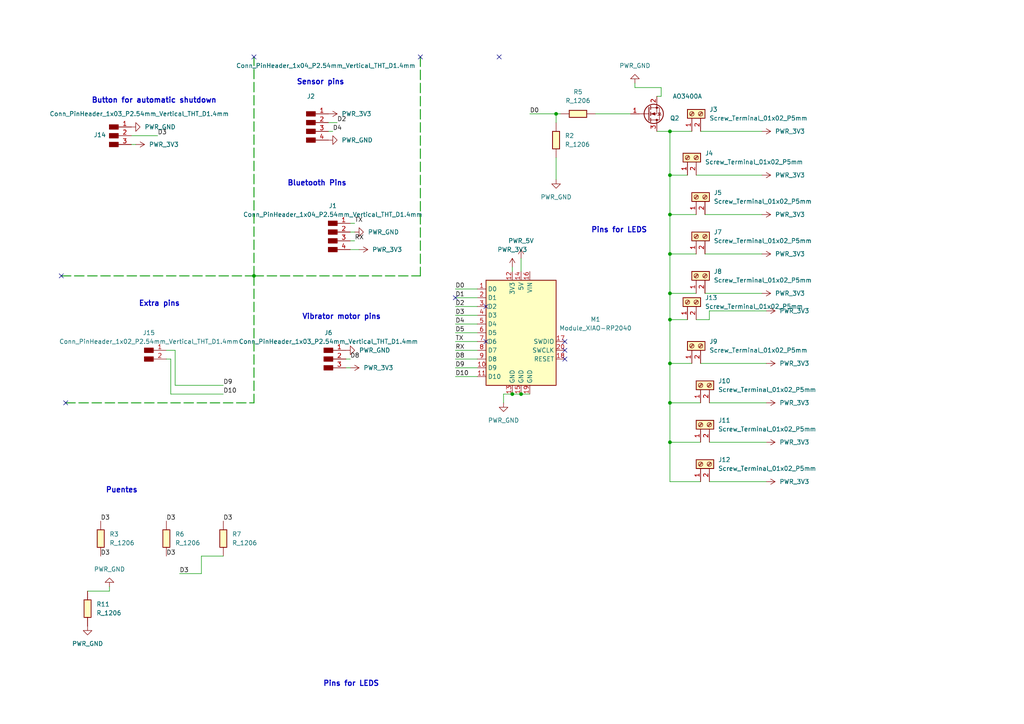
<source format=kicad_sch>
(kicad_sch (version 20250114) (generator "eeschema") (generator_version "9.0")
  (paper "A4")
  (lib_symbols
    (symbol "Fab:Conn_PinHeader_1x02_P2.54mm_Vertical_THT_D1.4mm" (pin_names (hide yes))
      (property "Reference" "J" (at 0 2.54 0))
      (property "Value" "Conn_PinHeader_1x02_P2.54mm_Vertical_THT_D1.4mm" (at 0 -5.08 0))
      (symbol "Conn_PinHeader_1x02_P2.54mm_Vertical_THT_D1.4mm_1_1"
        (rectangle (start -1.27 0.635) (end 1.27 -0.635) (stroke (width 0.254)) (fill (type outline)))
        (rectangle (start -1.27 -1.905) (end 1.27 -3.175) (stroke (width 0.254)) (fill (type outline)))
        (pin passive line (at 5.08 0 180) (length 3.81) (name "Pin_1") (number "1"))
        (pin passive line (at 5.08 -2.54 180) (length 3.81) (name "Pin_2") (number "2"))
      )
    )
    (symbol "Fab:Conn_PinHeader_1x03_P2.54mm_Vertical_THT_D1.4mm" (pin_names (hide yes))
      (property "Reference" "J" (at 0 5.08 0))
      (property "Value" "Conn_PinHeader_1x03_P2.54mm_Vertical_THT_D1.4mm" (at 0 -5.08 0))
      (symbol "Conn_PinHeader_1x03_P2.54mm_Vertical_THT_D1.4mm_1_1"
        (rectangle (start -1.27 3.175) (end 1.27 1.905) (stroke (width 0.254)) (fill (type outline)))
        (rectangle (start -1.27 0.635) (end 1.27 -0.635) (stroke (width 0.254)) (fill (type outline)))
        (rectangle (start -1.27 -1.905) (end 1.27 -3.175) (stroke (width 0.254)) (fill (type outline)))
        (pin passive line (at 5.08 2.54 180) (length 3.81) (name "Pin_1") (number "1"))
        (pin passive line (at 5.08 0 180) (length 3.81) (name "Pin_2") (number "2"))
        (pin passive line (at 5.08 -2.54 180) (length 3.81) (name "Pin_3") (number "3"))
      )
    )
    (symbol "Fab:Conn_PinHeader_1x04_P2.54mm_Vertical_THT_D1.4mm" (pin_names (hide yes))
      (property "Reference" "J" (at 0 5.08 0))
      (property "Value" "Conn_PinHeader_1x04_P2.54mm_Vertical_THT_D1.4mm" (at 0 -7.62 0))
      (symbol "Conn_PinHeader_1x04_P2.54mm_Vertical_THT_D1.4mm_1_1"
        (rectangle (start -1.27 3.175) (end 1.27 1.905) (stroke (width 0.254)) (fill (type outline)))
        (rectangle (start -1.27 0.635) (end 1.27 -0.635) (stroke (width 0.254)) (fill (type outline)))
        (rectangle (start -1.27 -1.905) (end 1.27 -3.175) (stroke (width 0.254)) (fill (type outline)))
        (rectangle (start -1.27 -4.445) (end 1.27 -5.715) (stroke (width 0.254)) (fill (type outline)))
        (pin passive line (at 5.08 2.54 180) (length 3.81) (name "Pin_1") (number "1"))
        (pin passive line (at 5.08 0 180) (length 3.81) (name "Pin_2") (number "2"))
        (pin passive line (at 5.08 -2.54 180) (length 3.81) (name "Pin_3") (number "3"))
        (pin passive line (at 5.08 -5.08 180) (length 3.81) (name "Pin_4") (number "4"))
      )
    )
    (symbol "Fab:Module_XIAO-RP2040"
      (property "Reference" "M" (at -10.16 16.51 0))
      (property "Value" "Module_XIAO-RP2040" (at 3.81 16.51 0))
      (symbol "Module_XIAO-RP2040_1_1"
        (rectangle (start -10.16 15.24) (end 10.16 -15.24) (stroke (width 0.254)) (fill (type background)))
        (pin bidirectional line (at -12.7 12.7 0) (length 2.54) (name "D0") (number "1"))
        (pin bidirectional line (at -12.7 10.16 0) (length 2.54) (name "D1") (number "2"))
        (pin bidirectional line (at -12.7 7.62 0) (length 2.54) (name "D2") (number "3"))
        (pin bidirectional line (at -12.7 5.08 0) (length 2.54) (name "D3") (number "4"))
        (pin bidirectional line (at -12.7 2.54 0) (length 2.54) (name "D4") (number "5"))
        (pin bidirectional line (at -12.7 0 0) (length 2.54) (name "D5") (number "6"))
        (pin bidirectional line (at -12.7 -2.54 0) (length 2.54) (name "D6") (number "7"))
        (pin bidirectional line (at -12.7 -5.08 0) (length 2.54) (name "D7") (number "8"))
        (pin bidirectional line (at -12.7 -7.62 0) (length 2.54) (name "D8") (number "9"))
        (pin bidirectional line (at -12.7 -10.16 0) (length 2.54) (name "D9") (number "10"))
        (pin bidirectional line (at -12.7 -12.7 0) (length 2.54) (name "D10") (number "11"))
        (pin power_in line (at -2.54 17.78 270) (length 2.54) (name "3V3") (number "12"))
        (pin power_in line (at -2.54 -17.78 90) (length 2.54) (name "GND") (number "13"))
        (pin power_in line (at 0 17.78 270) (length 2.54) (name "5V") (number "14"))
        (pin power_in line (at 0 -17.78 90) (length 2.54) (name "GND") (number "15"))
        (pin power_in line (at 2.54 17.78 270) (length 2.54) (name "VIN") (number "16"))
        (pin power_in line (at 2.54 -17.78 90) (length 2.54) (name "GND") (number "19"))
        (pin bidirectional line (at 12.7 -2.54 180) (length 2.54) (name "SWDIO") (number "17"))
        (pin input line (at 12.7 -5.08 180) (length 2.54) (name "SWCLK") (number "20"))
        (pin input line (at 12.7 -7.62 180) (length 2.54) (name "RESET") (number "18"))
      )
    )
    (symbol "Fab:PWR_3V3" (power) (pin_names (offset 0))
      (property "Value" "PWR_3V3" (at 0 3.556 0))
      (symbol "PWR_3V3_0_1"
        (polyline (pts (xy -0.762 1.27) (xy 0 2.54)))
        (polyline (pts (xy 0 2.54) (xy 0.762 1.27)))
        (polyline (pts (xy 0 0) (xy 0 2.54)))
      )
      (symbol "PWR_3V3_1_1"
        (pin power_in line (at 0 0 90) (length 0) (hide yes) (name "PWR_3V3") (number "1"))
      )
    )
    (symbol "Fab:PWR_5V" (power) (pin_names (offset 0))
      (property "Value" "PWR_5V" (at 0 3.556 0))
      (symbol "PWR_5V_0_1"
        (polyline (pts (xy -0.762 1.27) (xy 0 2.54)))
        (polyline (pts (xy 0 2.54) (xy 0.762 1.27)))
        (polyline (pts (xy 0 0) (xy 0 2.54)))
      )
      (symbol "PWR_5V_1_1"
        (pin power_in line (at 0 0 90) (length 0) (hide yes) (name "PWR_5V") (number "1"))
      )
    )
    (symbol "Fab:PWR_GND" (power) (pin_names (offset 0))
      (property "Value" "PWR_GND" (at 0 -3.81 0))
      (symbol "PWR_GND_0_1"
        (polyline (pts (xy 0 0) (xy 0 -1.27) (xy 1.27 -1.27) (xy 0 -2.54) (xy -1.27 -1.27) (xy 0 -1.27)))
      )
      (symbol "PWR_GND_1_1"
        (pin power_in line (at 0 0 270) (length 0) (hide yes) (name "PWR_GND") (number "1"))
      )
    )
    (symbol "Fab:R_1206" (pin_numbers (hide yes)) (pin_names (offset 0))
      (property "Reference" "R" (at 2.54 0 90))
      (property "Value" "R_1206" (at -2.54 0 90))
      (symbol "R_1206_0_1"
        (rectangle (start -1.016 -2.54) (end 1.016 2.54) (stroke (width 0.254)) (fill (type background)))
      )
      (symbol "R_1206_1_1"
        (pin passive line (at 0 5.08 270) (length 2.54) (name "~") (number "1"))
        (pin passive line (at 0 -5.08 90) (length 2.54) (name "~") (number "2"))
      )
    )
    (symbol "Fab:Screw_Terminal_01x02_P5mm" (pin_names (offset 1.016) (hide yes))
      (property "Reference" "J" (at 0 3.81 0))
      (property "Value" "Screw_Terminal_01x02_P5mm" (at 0 -3.81 0))
      (symbol "Screw_Terminal_01x02_P5mm_1_1"
        (rectangle (start -1.27 2.54) (end 1.27 -2.54) (stroke (width 0.254)) (fill (type background)))
        (polyline (pts (xy -0.5334 1.6002) (xy 0.3302 0.762)) (stroke (width 0.1524)))
        (polyline (pts (xy -0.5334 -0.9398) (xy 0.3302 -1.778)) (stroke (width 0.1524)))
        (polyline (pts (xy -0.3556 1.778) (xy 0.508 0.9398)) (stroke (width 0.1524)))
        (polyline (pts (xy -0.3556 -0.762) (xy 0.508 -1.6002)) (stroke (width 0.1524)))
        (circle (center 0 1.27) (radius 0.635) (stroke (width 0.1524)))
        (circle (center 0 -1.27) (radius 0.635) (stroke (width 0.1524)))
        (pin passive line (at -5.08 1.27 0) (length 3.81) (name "Pin_1") (number "1"))
        (pin passive line (at -5.08 -1.27 0) (length 3.81) (name "Pin_2") (number "2"))
      )
    )
    (symbol "Transistor_FET:AO3400A" (pin_names (hide yes))
      (property "Reference" "Q" (at 5.08 1.905 0))
      (property "Value" "AO3400A" (at 5.08 0 0))
      (symbol "AO3400A_0_1"
        (polyline (pts (xy 0.254 1.905) (xy 0.254 -1.905)) (stroke (width 0.254)))
        (polyline (pts (xy 0.254 0) (xy -2.54 0)))
        (polyline (pts (xy 0.762 2.286) (xy 0.762 1.27)) (stroke (width 0.254)))
        (polyline (pts (xy 0.762 0.508) (xy 0.762 -0.508)) (stroke (width 0.254)))
        (polyline (pts (xy 0.762 -1.27) (xy 0.762 -2.286)) (stroke (width 0.254)))
        (polyline (pts (xy 0.762 -1.778) (xy 3.302 -1.778) (xy 3.302 1.778) (xy 0.762 1.778)))
        (polyline (pts (xy 1.016 0) (xy 2.032 0.381) (xy 2.032 -0.381) (xy 1.016 0)) (fill (type outline)))
        (circle (center 1.651 0) (radius 2.794) (stroke (width 0.254)))
        (polyline (pts (xy 2.54 2.54) (xy 2.54 1.778)))
        (circle (center 2.54 1.778) (radius 0.254) (fill (type outline)))
        (circle (center 2.54 -1.778) (radius 0.254) (fill (type outline)))
        (polyline (pts (xy 2.54 -2.54) (xy 2.54 0) (xy 0.762 0)))
        (polyline (pts (xy 2.794 0.508) (xy 2.921 0.381) (xy 3.683 0.381) (xy 3.81 0.254)))
        (polyline (pts (xy 3.302 0.381) (xy 2.921 -0.254) (xy 3.683 -0.254) (xy 3.302 0.381)))
      )
      (symbol "AO3400A_1_1"
        (pin input line (at -5.08 0 0) (length 2.54) (name "G") (number "1"))
        (pin passive line (at 2.54 5.08 270) (length 2.54) (name "D") (number "3"))
        (pin passive line (at 2.54 -5.08 90) (length 2.54) (name "S") (number "2"))
      )
    )
  )
  (text "Extra pins" (at 46.228 88.138 0) (effects (font (size 1.524 1.524) (thickness 0.3048) (bold yes))))
  (text "Puentes\n" (at 35.306 142.24 0) (effects (font (size 1.524 1.524) (thickness 0.3048) (bold yes))))
  (text "Pins for LEDS" (at 179.578 66.802 0) (effects (font (size 1.524 1.524) (thickness 0.3048) (bold yes))))
  (text "Pins for LEDS" (at 101.854 198.374 0) (effects (font (size 1.524 1.524) (thickness 0.3048) (bold yes))))
  (text "Vibrator motor pins\n" (at 99.06 91.948 0) (effects (font (size 1.524 1.524) (thickness 0.3048) (bold yes))))
  (text "Bluetooth Pins\n\n\n\n" (at 91.948 56.896 0) (effects (font (size 1.524 1.524) (thickness 0.3048) (bold yes))))
  (text "Sensor pins" (at 92.964 23.876 0) (effects (font (size 1.524 1.524) (thickness 0.3048) (bold yes))))
  (text "Button for automatic shutdown" (at 44.704 29.21 0) (effects (font (size 1.524 1.524) (thickness 0.3048) (bold yes))))
  (junction (at 194.31 85.09))
  (junction (at 73.66 80.01))
  (junction (at 161.29 33.02))
  (junction (at 194.31 50.8))
  (junction (at 151.13 114.3))
  (junction (at 148.59 114.3))
  (junction (at 194.31 62.23))
  (junction (at 194.31 105.41))
  (junction (at 194.31 73.66))
  (junction (at 194.31 92.71))
  (junction (at 194.31 128.27))
  (junction (at 194.31 38.1))
  (junction (at 194.31 116.84))
  (no_connect (at 73.66 16.51))
  (no_connect (at 19.05 116.84))
  (no_connect (at 140.97 88.9))
  (no_connect (at 163.83 104.14))
  (no_connect (at 132.08 86.36))
  (no_connect (at 144.78 16.51))
  (no_connect (at 140.97 99.06))
  (no_connect (at 163.83 101.6))
  (no_connect (at 17.78 80.01))
  (no_connect (at 163.83 99.06))
  (no_connect (at 121.92 16.51))
  (wire (pts (xy 39.37 41.91) (xy 38.1 41.91)))
  (wire (pts (xy 50.8 111.76) (xy 64.77 111.76)))
  (wire (pts (xy 205.74 90.17) (xy 222.25 90.17)))
  (wire (pts (xy 203.2 38.1) (xy 220.98 38.1)))
  (wire (pts (xy 205.74 128.27) (xy 222.25 128.27)))
  (wire (pts (xy 153.67 33.02) (xy 161.29 33.02)))
  (wire (pts (xy 101.6 67.31) (xy 102.87 67.31)))
  (wire (pts (xy 49.53 114.3) (xy 64.77 114.3)))
  (wire (pts (xy 194.31 139.7) (xy 203.2 139.7)))
  (wire (pts (xy 191.77 25.4) (xy 191.77 27.94)))
  (wire (pts (xy 161.29 33.02) (xy 162.56 33.02)))
  (wire (pts (xy 45.72 39.37) (xy 38.1 39.37)))
  (wire (pts (xy 194.31 105.41) (xy 200.66 105.41)))
  (wire (pts (xy 194.31 85.09) (xy 194.31 73.66)))
  (wire (pts (xy 194.31 38.1) (xy 194.31 50.8)))
  (wire (pts (xy 194.31 92.71) (xy 199.39 92.71)))
  (wire (pts (xy 194.31 62.23) (xy 194.31 73.66)))
  (wire (pts (xy 73.66 80.01) (xy 73.66 16.51)) (stroke (width 0.254) (type dash)))
  (wire (pts (xy 132.08 106.68) (xy 138.43 106.68)))
  (wire (pts (xy 19.05 116.84) (xy 73.66 116.84)) (stroke (width 0.254) (type dash)))
  (wire (pts (xy 194.31 85.09) (xy 194.31 92.71)))
  (wire (pts (xy 184.15 25.4) (xy 191.77 25.4)))
  (wire (pts (xy 132.08 104.14) (xy 138.43 104.14)))
  (wire (pts (xy 194.31 139.7) (xy 194.31 128.27)))
  (wire (pts (xy 132.08 91.44) (xy 138.43 91.44)))
  (wire (pts (xy 49.53 104.14) (xy 49.53 114.3)))
  (wire (pts (xy 182.88 33.02) (xy 172.72 33.02)))
  (wire (pts (xy 194.31 62.23) (xy 201.93 62.23)))
  (wire (pts (xy 194.31 116.84) (xy 194.31 105.41)))
  (wire (pts (xy 132.08 109.22) (xy 138.43 109.22)))
  (wire (pts (xy 58.42 161.29) (xy 64.77 161.29)))
  (wire (pts (xy 205.74 116.84) (xy 222.25 116.84)))
  (wire (pts (xy 132.08 101.6) (xy 138.43 101.6)))
  (wire (pts (xy 132.08 83.82) (xy 138.43 83.82)))
  (wire (pts (xy 201.93 50.8) (xy 220.98 50.8)))
  (wire (pts (xy 194.31 38.1) (xy 200.66 38.1)))
  (wire (pts (xy 194.31 116.84) (xy 203.2 116.84)))
  (wire (pts (xy 121.92 16.51) (xy 121.92 80.01)) (stroke (width 0.254) (type dash)))
  (wire (pts (xy 148.59 77.47) (xy 148.59 78.74)))
  (wire (pts (xy 194.31 128.27) (xy 203.2 128.27)))
  (wire (pts (xy 48.26 104.14) (xy 49.53 104.14)))
  (wire (pts (xy 31.75 170.18) (xy 31.75 171.45)))
  (wire (pts (xy 146.05 114.3) (xy 146.05 116.84)))
  (wire (pts (xy 194.31 50.8) (xy 199.39 50.8)))
  (wire (pts (xy 97.79 35.56) (xy 95.25 35.56)))
  (wire (pts (xy 148.59 114.3) (xy 151.13 114.3)))
  (wire (pts (xy 132.08 88.9) (xy 138.43 88.9)))
  (wire (pts (xy 31.75 171.45) (xy 25.4 171.45)))
  (wire (pts (xy 161.29 33.02) (xy 161.29 35.56)))
  (wire (pts (xy 73.66 80.01) (xy 121.92 80.01)) (stroke (width 0.254) (type dash)))
  (wire (pts (xy 203.2 105.41) (xy 222.25 105.41)))
  (wire (pts (xy 17.78 80.01) (xy 73.66 80.01)) (stroke (width 0.254) (type dash)))
  (wire (pts (xy 102.87 69.85) (xy 101.6 69.85)))
  (wire (pts (xy 201.93 92.71) (xy 205.74 92.71)))
  (wire (pts (xy 50.8 101.6) (xy 50.8 111.76)))
  (wire (pts (xy 161.29 45.72) (xy 161.29 52.07)))
  (wire (pts (xy 101.6 64.77) (xy 102.87 64.77)))
  (wire (pts (xy 101.6 104.14) (xy 100.33 104.14)))
  (wire (pts (xy 151.13 114.3) (xy 153.67 114.3)))
  (wire (pts (xy 204.47 85.09) (xy 220.98 85.09)))
  (wire (pts (xy 48.26 101.6) (xy 50.8 101.6)))
  (wire (pts (xy 132.08 96.52) (xy 138.43 96.52)))
  (wire (pts (xy 73.66 80.01) (xy 73.66 116.84)) (stroke (width 0.254) (type dash)))
  (wire (pts (xy 204.47 73.66) (xy 220.98 73.66)))
  (wire (pts (xy 52.07 166.37) (xy 58.42 166.37)))
  (wire (pts (xy 132.08 93.98) (xy 138.43 93.98)))
  (wire (pts (xy 205.74 92.71) (xy 205.74 90.17)))
  (wire (pts (xy 194.31 73.66) (xy 201.93 73.66)))
  (wire (pts (xy 194.31 62.23) (xy 194.31 50.8)))
  (wire (pts (xy 191.77 27.94) (xy 190.5 27.94)))
  (wire (pts (xy 58.42 166.37) (xy 58.42 161.29)))
  (wire (pts (xy 184.15 25.4) (xy 184.15 24.13)))
  (wire (pts (xy 132.08 86.36) (xy 138.43 86.36)))
  (wire (pts (xy 151.13 74.93) (xy 151.13 78.74)))
  (wire (pts (xy 148.59 114.3) (xy 146.05 114.3)))
  (wire (pts (xy 101.6 72.39) (xy 104.14 72.39)))
  (wire (pts (xy 194.31 92.71) (xy 194.31 105.41)))
  (wire (pts (xy 194.31 116.84) (xy 194.31 128.27)))
  (wire (pts (xy 190.5 38.1) (xy 194.31 38.1)))
  (wire (pts (xy 204.47 62.23) (xy 220.98 62.23)))
  (wire (pts (xy 205.74 139.7) (xy 222.25 139.7)))
  (wire (pts (xy 96.52 38.1) (xy 95.25 38.1)))
  (wire (pts (xy 101.6 106.68) (xy 100.33 106.68)))
  (wire (pts (xy 132.08 99.06) (xy 138.43 99.06)))
  (wire (pts (xy 194.31 85.09) (xy 201.93 85.09)))
  (label "D3" (at 52.07 166.37 0))
  (label "D0" (at 132.08 83.82 0))
  (label "D1" (at 132.08 86.36 0))
  (label "D3" (at 48.26 161.29 0))
  (label "RX" (at 102.87 69.85 0))
  (label "RX" (at 132.08 101.6 0))
  (label "D3" (at 132.08 91.44 0))
  (label "TX" (at 102.87 64.77 0))
  (label "D3" (at 29.21 161.29 0))
  (label "D3" (at 48.26 151.13 0))
  (label "D3" (at 29.21 151.13 0))
  (label "D8" (at 132.08 104.14 0))
  (label "D9" (at 64.77 111.76 0))
  (label "D10" (at 64.77 114.3 0))
  (label "D2" (at 97.79 35.56 0))
  (label "D5" (at 132.08 96.52 0))
  (label "D3" (at 64.77 151.13 0))
  (label "D0" (at 153.67 33.02 0))
  (label "D8" (at 101.6 104.14 0))
  (label "D2" (at 132.08 88.9 0))
  (label "D4" (at 132.08 93.98 0))
  (label "D3" (at 45.72 39.37 0))
  (label "D9" (at 132.08 106.68 0))
  (label "TX" (at 132.08 99.06 0))
  (label "D10" (at 132.08 109.22 0))
  (label "D4" (at 96.52 38.1 0))
  (symbol (lib_id "Fab:Screw_Terminal_01x02_P5mm") (at 200.66 87.63 90) (unit 1)
    (property "Reference" "J13" (at 204.47 86.3599 90) (effects (justify right)))
    (property "Value" "Screw_Terminal_01x02_P5mm" (at 204.47 88.8999 90) (effects (justify right)))
    (property "Footprint" "TerminalBlock:TerminalBlock_Altech_AK300-2_P5.00mm" (effects (hide yes)))
    (property "Datasheet" "https://www.on-shore.com/wp-content/uploads/OSTTAXX0161.pdf" (effects (hide yes)))
    (property "Description" "TERM BLK 2POS SIDE ENTRY 5MM PCB" (effects (hide yes)))
  )
  (symbol (lib_id "Fab:R_1206") (at 48.26 156.21 180) (unit 1)
    (property "Reference" "R6" (at 50.8 154.9399 0) (effects (justify right)))
    (property "Value" "R_1206" (at 50.8 157.4799 0) (effects (justify right)))
    (property "Footprint" "fab:R_1206" (effects (hide yes)))
    (property "Description" "Resistor" (effects (hide yes)))
  )
  (symbol (lib_id "Fab:PWR_3V3") (at 39.37 41.91 270) (unit 1)
    (property "Reference" "#PWR028" (effects (hide yes)))
    (property "Value" "PWR_3V3" (at 43.18 41.9099 90) (effects (justify left)))
    (property "Description" "Power symbol creates a global label with name \"+3V3\"" (effects (hide yes)))
  )
  (symbol (lib_id "Fab:PWR_3V3") (at 220.98 38.1 270) (unit 1)
    (property "Reference" "#PWR012" (effects (hide yes)))
    (property "Value" "PWR_3V3" (at 224.79 38.0999 90) (effects (justify left)))
    (property "Description" "Power symbol creates a global label with name \"+3V3\"" (effects (hide yes)))
  )
  (symbol (lib_id "Fab:Conn_PinHeader_1x03_P2.54mm_Vertical_THT_D1.4mm") (at 95.25 104.14 0) (unit 1)
    (property "Reference" "J6" (at 95.25 96.52 0))
    (property "Value" "Conn_PinHeader_1x03_P2.54mm_Vertical_THT_D1.4mm" (at 95.25 99.06 0))
    (property "Footprint" "fab:PinHeader_1x03_P2.54mm_Vertical_THT_D1.4mm" (effects (hide yes)))
    (property "Description" "Male connector, single row" (effects (hide yes)))
  )
  (symbol (lib_id "Fab:Screw_Terminal_01x02_P5mm") (at 203.2 57.15 90) (unit 1)
    (property "Reference" "J5" (at 207.01 55.8799 90) (effects (justify right)))
    (property "Value" "Screw_Terminal_01x02_P5mm" (at 207.01 58.4199 90) (effects (justify right)))
    (property "Footprint" "TerminalBlock:TerminalBlock_Altech_AK300-2_P5.00mm" (effects (hide yes)))
    (property "Datasheet" "https://www.on-shore.com/wp-content/uploads/OSTTAXX0161.pdf" (effects (hide yes)))
    (property "Description" "TERM BLK 2POS SIDE ENTRY 5MM PCB" (effects (hide yes)))
  )
  (symbol (lib_id "Fab:PWR_3V3") (at 220.98 73.66 270) (unit 1)
    (property "Reference" "#PWR015" (effects (hide yes)))
    (property "Value" "PWR_3V3" (at 224.79 73.6599 90) (effects (justify left)))
    (property "Description" "Power symbol creates a global label with name \"+3V3\"" (effects (hide yes)))
  )
  (symbol (lib_id "Fab:PWR_GND") (at 184.15 24.13 180) (unit 1)
    (property "Reference" "#PWR011" (effects (hide yes)))
    (property "Value" "PWR_GND" (at 184.15 19.05 0))
    (property "Description" "Power symbol creates a global label with name \"GND\" , ground" (effects (hide yes)))
  )
  (symbol (lib_id "Fab:Conn_PinHeader_1x04_P2.54mm_Vertical_THT_D1.4mm") (at 90.17 35.56 0) (unit 1)
    (property "Reference" "J2" (at 90.17 27.94 0))
    (property "Value" "Conn_PinHeader_1x04_P2.54mm_Vertical_THT_D1.4mm" (at 94.488 19.05 0))
    (property "Footprint" "fab:PinHeader_1x04_P2.54mm_Vertical_THT_D1.4mm" (effects (hide yes)))
    (property "Description" "Male connector, single row" (effects (hide yes)))
  )
  (symbol (lib_id "Fab:R_1206") (at 25.4 176.53 180) (unit 1)
    (property "Reference" "R11" (at 27.94 175.2599 0) (effects (justify right)))
    (property "Value" "R_1206" (at 27.94 177.7999 0) (effects (justify right)))
    (property "Footprint" "fab:R_1206" (effects (hide yes)))
    (property "Description" "Resistor" (effects (hide yes)))
  )
  (symbol (lib_id "Transistor_FET:AO3400A") (at 187.96 33.02 0) (mirror x) (unit 1)
    (property "Reference" "Q2" (at 194.31 34.2901 0) (effects (justify left)))
    (property "Value" "AO3400A" (at 195.072 27.94 0) (effects (justify left)))
    (property "Footprint" "fab:SOT-23" (effects (hide yes)))
    (property "Datasheet" "http://www.aosmd.com/pdfs/datasheet/AO3400A.pdf" (effects (hide yes)))
    (property "Description" "30V Vds, 5.7A Id, N-Channel MOSFET, SOT-23" (effects (hide yes)))
  )
  (symbol (lib_id "Fab:PWR_GND") (at 146.05 116.84 0) (unit 1)
    (property "Reference" "#PWR03" (effects (hide yes)))
    (property "Value" "PWR_GND" (at 146.05 121.92 0))
    (property "Description" "Power symbol creates a global label with name \"GND\" , ground" (effects (hide yes)))
  )
  (symbol (lib_id "Fab:PWR_3V3") (at 101.6 106.68 270) (unit 1)
    (property "Reference" "#PWR024" (effects (hide yes)))
    (property "Value" "PWR_3V3" (at 105.41 106.6799 90) (effects (justify left)))
    (property "Description" "Power symbol creates a global label with name \"+3V3\"" (effects (hide yes)))
  )
  (symbol (lib_id "Fab:Screw_Terminal_01x02_P5mm") (at 201.93 100.33 90) (unit 1)
    (property "Reference" "J9" (at 205.74 99.0599 90) (effects (justify right)))
    (property "Value" "Screw_Terminal_01x02_P5mm" (at 205.74 101.5999 90) (effects (justify right)))
    (property "Footprint" "TerminalBlock:TerminalBlock_Altech_AK300-2_P5.00mm" (effects (hide yes)))
    (property "Datasheet" "https://www.on-shore.com/wp-content/uploads/OSTTAXX0161.pdf" (effects (hide yes)))
    (property "Description" "TERM BLK 2POS SIDE ENTRY 5MM PCB" (effects (hide yes)))
  )
  (symbol (lib_id "Fab:Screw_Terminal_01x02_P5mm") (at 204.47 123.19 90) (unit 1)
    (property "Reference" "J11" (at 208.28 121.9199 90) (effects (justify right)))
    (property "Value" "Screw_Terminal_01x02_P5mm" (at 208.28 124.4599 90) (effects (justify right)))
    (property "Footprint" "TerminalBlock:TerminalBlock_Altech_AK300-2_P5.00mm" (effects (hide yes)))
    (property "Datasheet" "https://www.on-shore.com/wp-content/uploads/OSTTAXX0161.pdf" (effects (hide yes)))
    (property "Description" "TERM BLK 2POS SIDE ENTRY 5MM PCB" (effects (hide yes)))
  )
  (symbol (lib_id "Fab:PWR_3V3") (at 222.25 116.84 270) (unit 1)
    (property "Reference" "#PWR019" (effects (hide yes)))
    (property "Value" "PWR_3V3" (at 226.06 116.8399 90) (effects (justify left)))
    (property "Description" "Power symbol creates a global label with name \"+3V3\"" (effects (hide yes)))
  )
  (symbol (lib_id "Fab:Screw_Terminal_01x02_P5mm") (at 203.2 68.58 90) (unit 1)
    (property "Reference" "J7" (at 207.01 67.3099 90) (effects (justify right)))
    (property "Value" "Screw_Terminal_01x02_P5mm" (at 207.01 69.8499 90) (effects (justify right)))
    (property "Footprint" "TerminalBlock:TerminalBlock_Altech_AK300-2_P5.00mm" (effects (hide yes)))
    (property "Datasheet" "https://www.on-shore.com/wp-content/uploads/OSTTAXX0161.pdf" (effects (hide yes)))
    (property "Description" "TERM BLK 2POS SIDE ENTRY 5MM PCB" (effects (hide yes)))
  )
  (symbol (lib_id "Fab:PWR_GND") (at 95.25 40.64 90) (unit 1)
    (property "Reference" "#PWR08" (effects (hide yes)))
    (property "Value" "PWR_GND" (at 99.06 40.6399 90) (effects (justify right)))
    (property "Description" "Power symbol creates a global label with name \"GND\" , ground" (effects (hide yes)))
  )
  (symbol (lib_id "Fab:Conn_PinHeader_1x04_P2.54mm_Vertical_THT_D1.4mm") (at 96.52 67.31 0) (unit 1)
    (property "Reference" "J1" (at 96.52 59.69 0))
    (property "Value" "Conn_PinHeader_1x04_P2.54mm_Vertical_THT_D1.4mm" (at 96.52 62.23 0))
    (property "Footprint" "fab:PinHeader_1x04_P2.54mm_Vertical_THT_D1.4mm" (effects (hide yes)))
    (property "Description" "Male connector, single row" (effects (hide yes)))
  )
  (symbol (lib_id "Fab:Conn_PinHeader_1x02_P2.54mm_Vertical_THT_D1.4mm") (at 43.18 101.6 0) (unit 1)
    (property "Reference" "J15" (at 43.18 96.52 0))
    (property "Value" "Conn_PinHeader_1x02_P2.54mm_Vertical_THT_D1.4mm" (at 43.18 99.06 0))
    (property "Footprint" "fab:PinHeader_1x02_P2.54mm_Vertical_THT_D1.4mm" (effects (hide yes)))
    (property "Description" "Male connector, single row" (effects (hide yes)))
  )
  (symbol (lib_id "Fab:Screw_Terminal_01x02_P5mm") (at 204.47 111.76 90) (unit 1)
    (property "Reference" "J10" (at 208.28 110.4899 90) (effects (justify right)))
    (property "Value" "Screw_Terminal_01x02_P5mm" (at 208.28 113.0299 90) (effects (justify right)))
    (property "Footprint" "TerminalBlock:TerminalBlock_Altech_AK300-2_P5.00mm" (effects (hide yes)))
    (property "Datasheet" "https://www.on-shore.com/wp-content/uploads/OSTTAXX0161.pdf" (effects (hide yes)))
    (property "Description" "TERM BLK 2POS SIDE ENTRY 5MM PCB" (effects (hide yes)))
  )
  (symbol (lib_id "Fab:PWR_5V") (at 151.13 74.93 0) (unit 1)
    (property "Reference" "#PWR02" (effects (hide yes)))
    (property "Value" "PWR_5V" (at 151.13 69.85 0))
    (property "Description" "Power symbol creates a global label with name \"+5V\"" (effects (hide yes)))
  )
  (symbol (lib_id "Fab:PWR_3V3") (at 222.25 139.7 270) (unit 1)
    (property "Reference" "#PWR021" (effects (hide yes)))
    (property "Value" "PWR_3V3" (at 226.06 139.6999 90) (effects (justify left)))
    (property "Description" "Power symbol creates a global label with name \"+3V3\"" (effects (hide yes)))
  )
  (symbol (lib_id "Fab:PWR_3V3") (at 148.59 77.47 0) (unit 1)
    (property "Reference" "#PWR022" (effects (hide yes)))
    (property "Value" "PWR_3V3" (at 148.59 72.39 0))
    (property "Description" "Power symbol creates a global label with name \"+3V3\"" (effects (hide yes)))
  )
  (symbol (lib_id "Fab:PWR_GND") (at 25.4 181.61 0) (unit 1)
    (property "Reference" "#PWR026" (effects (hide yes)))
    (property "Value" "PWR_GND" (at 25.4 186.69 0))
    (property "Description" "Power symbol creates a global label with name \"GND\" , ground" (effects (hide yes)))
  )
  (symbol (lib_id "Fab:PWR_3V3") (at 220.98 50.8 270) (unit 1)
    (property "Reference" "#PWR013" (effects (hide yes)))
    (property "Value" "PWR_3V3" (at 224.79 50.7999 90) (effects (justify left)))
    (property "Description" "Power symbol creates a global label with name \"+3V3\"" (effects (hide yes)))
  )
  (symbol (lib_id "Fab:PWR_3V3") (at 220.98 62.23 270) (unit 1)
    (property "Reference" "#PWR014" (effects (hide yes)))
    (property "Value" "PWR_3V3" (at 224.79 62.2299 90) (effects (justify left)))
    (property "Description" "Power symbol creates a global label with name \"+3V3\"" (effects (hide yes)))
  )
  (symbol (lib_id "Fab:Conn_PinHeader_1x03_P2.54mm_Vertical_THT_D1.4mm") (at 33.02 39.37 0) (unit 1)
    (property "Reference" "J14" (at 28.956 39.116 0))
    (property "Value" "Conn_PinHeader_1x03_P2.54mm_Vertical_THT_D1.4mm" (at 40.386 33.02 0))
    (property "Footprint" "fab:PinHeader_1x03_P2.54mm_Vertical_THT_D1.4mm" (effects (hide yes)))
    (property "Description" "Male connector, single row" (effects (hide yes)))
  )
  (symbol (lib_id "Fab:PWR_3V3") (at 220.98 85.09 270) (unit 1)
    (property "Reference" "#PWR016" (effects (hide yes)))
    (property "Value" "PWR_3V3" (at 224.79 85.0899 90) (effects (justify left)))
    (property "Description" "Power symbol creates a global label with name \"+3V3\"" (effects (hide yes)))
  )
  (symbol (lib_id "Fab:R_1206") (at 29.21 156.21 180) (unit 1)
    (property "Reference" "R3" (at 31.75 154.9399 0) (effects (justify right)))
    (property "Value" "R_1206" (at 31.75 157.4799 0) (effects (justify right)))
    (property "Footprint" "fab:R_1206" (effects (hide yes)))
    (property "Description" "Resistor" (effects (hide yes)))
  )
  (symbol (lib_id "Fab:Screw_Terminal_01x02_P5mm") (at 204.47 134.62 90) (unit 1)
    (property "Reference" "J12" (at 208.28 133.3499 90) (effects (justify right)))
    (property "Value" "Screw_Terminal_01x02_P5mm" (at 208.28 135.8899 90) (effects (justify right)))
    (property "Footprint" "TerminalBlock:TerminalBlock_Altech_AK300-2_P5.00mm" (effects (hide yes)))
    (property "Datasheet" "https://www.on-shore.com/wp-content/uploads/OSTTAXX0161.pdf" (effects (hide yes)))
    (property "Description" "TERM BLK 2POS SIDE ENTRY 5MM PCB" (effects (hide yes)))
  )
  (symbol (lib_id "Fab:PWR_GND") (at 100.33 101.6 90) (unit 1)
    (property "Reference" "#PWR023" (effects (hide yes)))
    (property "Value" "PWR_GND" (at 104.14 101.5999 90) (effects (justify right)))
    (property "Description" "Power symbol creates a global label with name \"GND\" , ground" (effects (hide yes)))
  )
  (symbol (lib_id "Fab:PWR_GND") (at 161.29 52.07 0) (unit 1)
    (property "Reference" "#PWR010" (effects (hide yes)))
    (property "Value" "PWR_GND" (at 161.29 57.15 0))
    (property "Description" "Power symbol creates a global label with name \"GND\" , ground" (effects (hide yes)))
  )
  (symbol (lib_id "Fab:Screw_Terminal_01x02_P5mm") (at 200.66 45.72 90) (unit 1)
    (property "Reference" "J4" (at 204.47 44.4499 90) (effects (justify right)))
    (property "Value" "Screw_Terminal_01x02_P5mm" (at 204.47 46.9899 90) (effects (justify right)))
    (property "Footprint" "TerminalBlock:TerminalBlock_Altech_AK300-2_P5.00mm" (effects (hide yes)))
    (property "Datasheet" "https://www.on-shore.com/wp-content/uploads/OSTTAXX0161.pdf" (effects (hide yes)))
    (property "Description" "TERM BLK 2POS SIDE ENTRY 5MM PCB" (effects (hide yes)))
  )
  (symbol (lib_id "Fab:Module_XIAO-RP2040") (at 151.13 96.52 0) (unit 1)
    (property "Reference" "M1" (at 172.72 92.6398 0))
    (property "Value" "Module_XIAO-RP2040" (at 172.72 95.1798 0))
    (property "Footprint" "fab:SeeedStudio_XIAO_RP2040" (effects (hide yes)))
    (property "Datasheet" "https://wiki.seeedstudio.com/XIAO-RP2040/" (effects (hide yes)))
    (property "Description" "RP2040 XIAO RP2040 - ARM® Cortex®-M0+ MCU 32-Bit Embedded Evaluation Board" (effects (hide yes)))
  )
  (symbol (lib_id "Fab:PWR_3V3") (at 222.25 105.41 270) (unit 1)
    (property "Reference" "#PWR018" (effects (hide yes)))
    (property "Value" "PWR_3V3" (at 226.06 105.4099 90) (effects (justify left)))
    (property "Description" "Power symbol creates a global label with name \"+3V3\"" (effects (hide yes)))
  )
  (symbol (lib_id "Fab:PWR_GND") (at 102.87 67.31 90) (unit 1)
    (property "Reference" "#PWR04" (effects (hide yes)))
    (property "Value" "PWR_GND" (at 106.68 67.3099 90) (effects (justify right)))
    (property "Description" "Power symbol creates a global label with name \"GND\" , ground" (effects (hide yes)))
  )
  (symbol (lib_id "Fab:PWR_3V3") (at 104.14 72.39 270) (unit 1)
    (property "Reference" "#PWR05" (effects (hide yes)))
    (property "Value" "PWR_3V3" (at 107.95 72.3899 90) (effects (justify left)))
    (property "Description" "Power symbol creates a global label with name \"+3V3\"" (effects (hide yes)))
  )
  (symbol (lib_id "Fab:PWR_3V3") (at 222.25 90.17 270) (unit 1)
    (property "Reference" "#PWR017" (effects (hide yes)))
    (property "Value" "PWR_3V3" (at 226.06 90.1699 90) (effects (justify left)))
    (property "Description" "Power symbol creates a global label with name \"+3V3\"" (effects (hide yes)))
  )
  (symbol (lib_id "Fab:R_1206") (at 161.29 40.64 180) (unit 1)
    (property "Reference" "R2" (at 163.83 39.3699 0) (effects (justify right)))
    (property "Value" "R_1206" (at 163.83 41.9099 0) (effects (justify right)))
    (property "Footprint" "fab:R_1206" (effects (hide yes)))
    (property "Description" "Resistor" (effects (hide yes)))
  )
  (symbol (lib_id "Fab:PWR_3V3") (at 222.25 128.27 270) (unit 1)
    (property "Reference" "#PWR020" (effects (hide yes)))
    (property "Value" "PWR_3V3" (at 226.06 128.2699 90) (effects (justify left)))
    (property "Description" "Power symbol creates a global label with name \"+3V3\"" (effects (hide yes)))
  )
  (symbol (lib_id "Fab:PWR_3V3") (at 95.25 33.02 270) (unit 1)
    (property "Reference" "#PWR07" (effects (hide yes)))
    (property "Value" "PWR_3V3" (at 99.06 33.0199 90) (effects (justify left)))
    (property "Description" "Power symbol creates a global label with name \"+3V3\"" (effects (hide yes)))
  )
  (symbol (lib_id "Fab:Screw_Terminal_01x02_P5mm") (at 203.2 80.01 90) (unit 1)
    (property "Reference" "J8" (at 207.01 78.7399 90) (effects (justify right)))
    (property "Value" "Screw_Terminal_01x02_P5mm" (at 207.01 81.2799 90) (effects (justify right)))
    (property "Footprint" "TerminalBlock:TerminalBlock_Altech_AK300-2_P5.00mm" (effects (hide yes)))
    (property "Datasheet" "https://www.on-shore.com/wp-content/uploads/OSTTAXX0161.pdf" (effects (hide yes)))
    (property "Description" "TERM BLK 2POS SIDE ENTRY 5MM PCB" (effects (hide yes)))
  )
  (symbol (lib_id "Fab:R_1206") (at 64.77 156.21 180) (unit 1)
    (property "Reference" "R7" (at 67.31 154.9399 0) (effects (justify right)))
    (property "Value" "R_1206" (at 67.31 157.4799 0) (effects (justify right)))
    (property "Footprint" "fab:R_1206" (effects (hide yes)))
    (property "Description" "Resistor" (effects (hide yes)))
  )
  (symbol (lib_id "Fab:PWR_GND") (at 38.1 36.83 90) (unit 1)
    (property "Reference" "#PWR027" (effects (hide yes)))
    (property "Value" "PWR_GND" (at 41.91 36.8299 90) (effects (justify right)))
    (property "Description" "Power symbol creates a global label with name \"GND\" , ground" (effects (hide yes)))
  )
  (symbol (lib_id "Fab:R_1206") (at 167.64 33.02 90) (unit 1)
    (property "Reference" "R5" (at 167.64 26.67 90))
    (property "Value" "R_1206" (at 167.64 29.21 90))
    (property "Footprint" "fab:R_1206" (effects (hide yes)))
    (property "Description" "Resistor" (effects (hide yes)))
  )
  (symbol (lib_id "Fab:Screw_Terminal_01x02_P5mm") (at 201.93 33.02 90) (unit 1)
    (property "Reference" "J3" (at 205.74 31.7499 90) (effects (justify right)))
    (property "Value" "Screw_Terminal_01x02_P5mm" (at 205.74 34.2899 90) (effects (justify right)))
    (property "Footprint" "TerminalBlock:TerminalBlock_Altech_AK300-2_P5.00mm" (effects (hide yes)))
    (property "Datasheet" "https://www.on-shore.com/wp-content/uploads/OSTTAXX0161.pdf" (effects (hide yes)))
    (property "Description" "TERM BLK 2POS SIDE ENTRY 5MM PCB" (effects (hide yes)))
  )
  (symbol (lib_id "Fab:PWR_GND") (at 31.75 170.18 180) (unit 1)
    (property "Reference" "#PWR025" (effects (hide yes)))
    (property "Value" "PWR_GND" (at 31.75 165.1 0))
    (property "Description" "Power symbol creates a global label with name \"GND\" , ground" (effects (hide yes)))
  )
)
</source>
